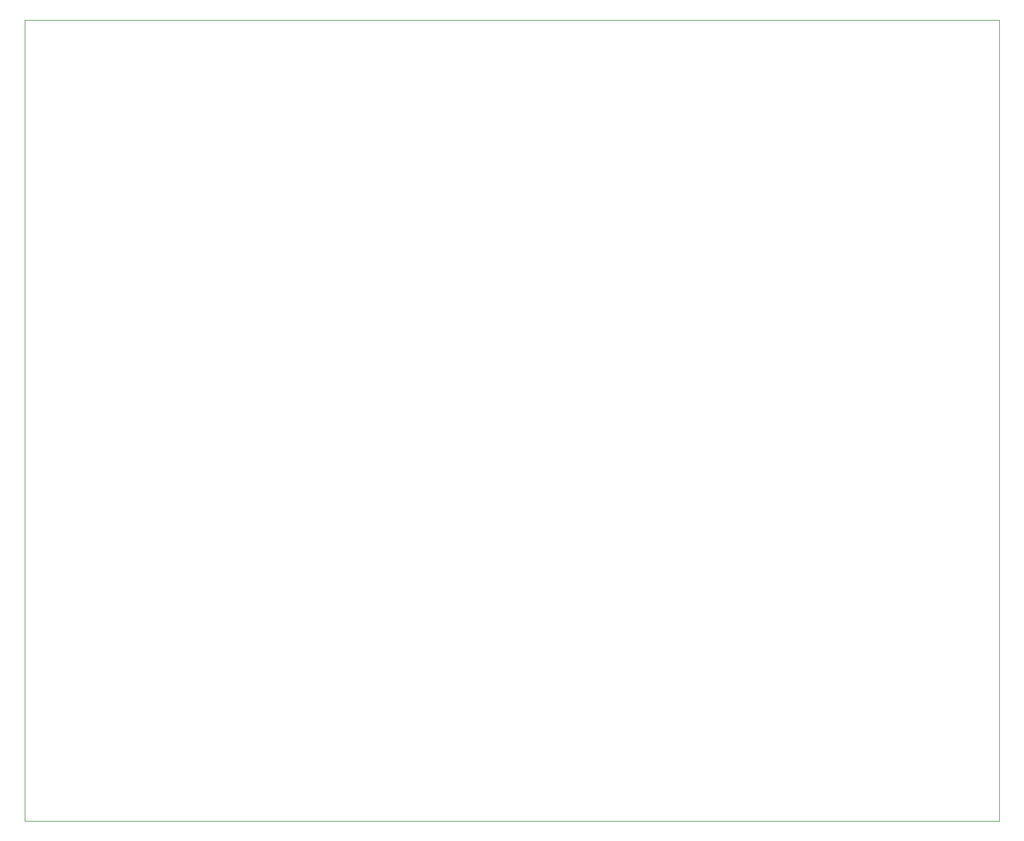
<source format=gbr>
%TF.GenerationSoftware,KiCad,Pcbnew,5.1.10-88a1d61d58~90~ubuntu20.04.1*%
%TF.CreationDate,2021-11-01T14:17:02+00:00*%
%TF.ProjectId,UFOMothership,55464f4d-6f74-4686-9572-736869702e6b,rev?*%
%TF.SameCoordinates,Original*%
%TF.FileFunction,Profile,NP*%
%FSLAX46Y46*%
G04 Gerber Fmt 4.6, Leading zero omitted, Abs format (unit mm)*
G04 Created by KiCad (PCBNEW 5.1.10-88a1d61d58~90~ubuntu20.04.1) date 2021-11-01 14:17:02*
%MOMM*%
%LPD*%
G01*
G04 APERTURE LIST*
%TA.AperFunction,Profile*%
%ADD10C,0.050000*%
%TD*%
G04 APERTURE END LIST*
D10*
X70000000Y-150000000D02*
X70000000Y-35000000D01*
X210000000Y-150000000D02*
X70000000Y-150000000D01*
X210000000Y-35000000D02*
X210000000Y-150000000D01*
X70000000Y-35000000D02*
X210000000Y-35000000D01*
M02*

</source>
